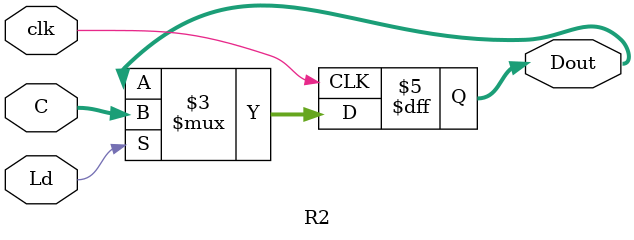
<source format=v>
`timescale 1ns / 1ps
module R2(clk,Ld,C,Dout);

	input clk;
	input Ld;
	input [15:0] C;
	output [15:0] Dout;
	
	reg [15:0] Dout=0;
	
	always@(posedge clk)
	begin
		if(Ld)
		begin
			Dout<=C;
		end
	end
	

endmodule



</source>
